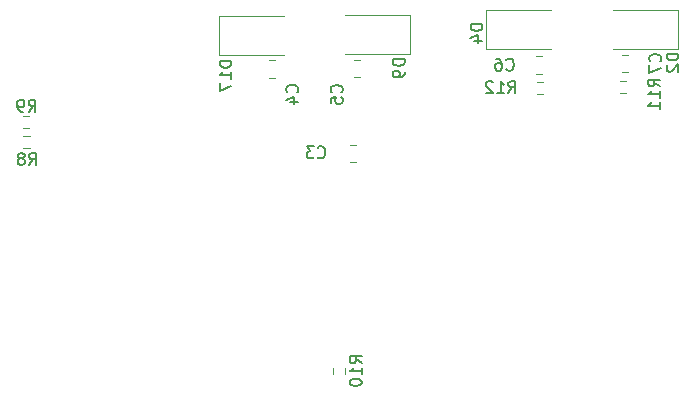
<source format=gbr>
%TF.GenerationSoftware,KiCad,Pcbnew,8.0.1*%
%TF.CreationDate,2024-04-22T23:19:20-07:00*%
%TF.ProjectId,ThrottleControlBoard,5468726f-7474-46c6-9543-6f6e74726f6c,rev?*%
%TF.SameCoordinates,Original*%
%TF.FileFunction,Legend,Bot*%
%TF.FilePolarity,Positive*%
%FSLAX46Y46*%
G04 Gerber Fmt 4.6, Leading zero omitted, Abs format (unit mm)*
G04 Created by KiCad (PCBNEW 8.0.1) date 2024-04-22 23:19:20*
%MOMM*%
%LPD*%
G01*
G04 APERTURE LIST*
%ADD10C,0.150000*%
%ADD11C,0.120000*%
G04 APERTURE END LIST*
D10*
X49434819Y-10645714D02*
X48434819Y-10645714D01*
X48434819Y-10645714D02*
X48434819Y-10883809D01*
X48434819Y-10883809D02*
X48482438Y-11026666D01*
X48482438Y-11026666D02*
X48577676Y-11121904D01*
X48577676Y-11121904D02*
X48672914Y-11169523D01*
X48672914Y-11169523D02*
X48863390Y-11217142D01*
X48863390Y-11217142D02*
X49006247Y-11217142D01*
X49006247Y-11217142D02*
X49196723Y-11169523D01*
X49196723Y-11169523D02*
X49291961Y-11121904D01*
X49291961Y-11121904D02*
X49387200Y-11026666D01*
X49387200Y-11026666D02*
X49434819Y-10883809D01*
X49434819Y-10883809D02*
X49434819Y-10645714D01*
X49434819Y-12169523D02*
X49434819Y-11598095D01*
X49434819Y-11883809D02*
X48434819Y-11883809D01*
X48434819Y-11883809D02*
X48577676Y-11788571D01*
X48577676Y-11788571D02*
X48672914Y-11693333D01*
X48672914Y-11693333D02*
X48720533Y-11598095D01*
X48434819Y-12502857D02*
X48434819Y-13169523D01*
X48434819Y-13169523D02*
X49434819Y-12740952D01*
X64094819Y-10511905D02*
X63094819Y-10511905D01*
X63094819Y-10511905D02*
X63094819Y-10750000D01*
X63094819Y-10750000D02*
X63142438Y-10892857D01*
X63142438Y-10892857D02*
X63237676Y-10988095D01*
X63237676Y-10988095D02*
X63332914Y-11035714D01*
X63332914Y-11035714D02*
X63523390Y-11083333D01*
X63523390Y-11083333D02*
X63666247Y-11083333D01*
X63666247Y-11083333D02*
X63856723Y-11035714D01*
X63856723Y-11035714D02*
X63951961Y-10988095D01*
X63951961Y-10988095D02*
X64047200Y-10892857D01*
X64047200Y-10892857D02*
X64094819Y-10750000D01*
X64094819Y-10750000D02*
X64094819Y-10511905D01*
X64094819Y-11559524D02*
X64094819Y-11750000D01*
X64094819Y-11750000D02*
X64047200Y-11845238D01*
X64047200Y-11845238D02*
X63999580Y-11892857D01*
X63999580Y-11892857D02*
X63856723Y-11988095D01*
X63856723Y-11988095D02*
X63666247Y-12035714D01*
X63666247Y-12035714D02*
X63285295Y-12035714D01*
X63285295Y-12035714D02*
X63190057Y-11988095D01*
X63190057Y-11988095D02*
X63142438Y-11940476D01*
X63142438Y-11940476D02*
X63094819Y-11845238D01*
X63094819Y-11845238D02*
X63094819Y-11654762D01*
X63094819Y-11654762D02*
X63142438Y-11559524D01*
X63142438Y-11559524D02*
X63190057Y-11511905D01*
X63190057Y-11511905D02*
X63285295Y-11464286D01*
X63285295Y-11464286D02*
X63523390Y-11464286D01*
X63523390Y-11464286D02*
X63618628Y-11511905D01*
X63618628Y-11511905D02*
X63666247Y-11559524D01*
X63666247Y-11559524D02*
X63713866Y-11654762D01*
X63713866Y-11654762D02*
X63713866Y-11845238D01*
X63713866Y-11845238D02*
X63666247Y-11940476D01*
X63666247Y-11940476D02*
X63618628Y-11988095D01*
X63618628Y-11988095D02*
X63523390Y-12035714D01*
X70684819Y-7531905D02*
X69684819Y-7531905D01*
X69684819Y-7531905D02*
X69684819Y-7770000D01*
X69684819Y-7770000D02*
X69732438Y-7912857D01*
X69732438Y-7912857D02*
X69827676Y-8008095D01*
X69827676Y-8008095D02*
X69922914Y-8055714D01*
X69922914Y-8055714D02*
X70113390Y-8103333D01*
X70113390Y-8103333D02*
X70256247Y-8103333D01*
X70256247Y-8103333D02*
X70446723Y-8055714D01*
X70446723Y-8055714D02*
X70541961Y-8008095D01*
X70541961Y-8008095D02*
X70637200Y-7912857D01*
X70637200Y-7912857D02*
X70684819Y-7770000D01*
X70684819Y-7770000D02*
X70684819Y-7531905D01*
X70018152Y-8960476D02*
X70684819Y-8960476D01*
X69637200Y-8722381D02*
X70351485Y-8484286D01*
X70351485Y-8484286D02*
X70351485Y-9103333D01*
X87277319Y-10041905D02*
X86277319Y-10041905D01*
X86277319Y-10041905D02*
X86277319Y-10280000D01*
X86277319Y-10280000D02*
X86324938Y-10422857D01*
X86324938Y-10422857D02*
X86420176Y-10518095D01*
X86420176Y-10518095D02*
X86515414Y-10565714D01*
X86515414Y-10565714D02*
X86705890Y-10613333D01*
X86705890Y-10613333D02*
X86848747Y-10613333D01*
X86848747Y-10613333D02*
X87039223Y-10565714D01*
X87039223Y-10565714D02*
X87134461Y-10518095D01*
X87134461Y-10518095D02*
X87229700Y-10422857D01*
X87229700Y-10422857D02*
X87277319Y-10280000D01*
X87277319Y-10280000D02*
X87277319Y-10041905D01*
X86372557Y-10994286D02*
X86324938Y-11041905D01*
X86324938Y-11041905D02*
X86277319Y-11137143D01*
X86277319Y-11137143D02*
X86277319Y-11375238D01*
X86277319Y-11375238D02*
X86324938Y-11470476D01*
X86324938Y-11470476D02*
X86372557Y-11518095D01*
X86372557Y-11518095D02*
X86467795Y-11565714D01*
X86467795Y-11565714D02*
X86563033Y-11565714D01*
X86563033Y-11565714D02*
X86705890Y-11518095D01*
X86705890Y-11518095D02*
X87277319Y-10946667D01*
X87277319Y-10946667D02*
X87277319Y-11565714D01*
X85722080Y-10683333D02*
X85769700Y-10635714D01*
X85769700Y-10635714D02*
X85817319Y-10492857D01*
X85817319Y-10492857D02*
X85817319Y-10397619D01*
X85817319Y-10397619D02*
X85769700Y-10254762D01*
X85769700Y-10254762D02*
X85674461Y-10159524D01*
X85674461Y-10159524D02*
X85579223Y-10111905D01*
X85579223Y-10111905D02*
X85388747Y-10064286D01*
X85388747Y-10064286D02*
X85245890Y-10064286D01*
X85245890Y-10064286D02*
X85055414Y-10111905D01*
X85055414Y-10111905D02*
X84960176Y-10159524D01*
X84960176Y-10159524D02*
X84864938Y-10254762D01*
X84864938Y-10254762D02*
X84817319Y-10397619D01*
X84817319Y-10397619D02*
X84817319Y-10492857D01*
X84817319Y-10492857D02*
X84864938Y-10635714D01*
X84864938Y-10635714D02*
X84912557Y-10683333D01*
X84817319Y-11016667D02*
X84817319Y-11683333D01*
X84817319Y-11683333D02*
X85817319Y-11254762D01*
X72726666Y-11369580D02*
X72774285Y-11417200D01*
X72774285Y-11417200D02*
X72917142Y-11464819D01*
X72917142Y-11464819D02*
X73012380Y-11464819D01*
X73012380Y-11464819D02*
X73155237Y-11417200D01*
X73155237Y-11417200D02*
X73250475Y-11321961D01*
X73250475Y-11321961D02*
X73298094Y-11226723D01*
X73298094Y-11226723D02*
X73345713Y-11036247D01*
X73345713Y-11036247D02*
X73345713Y-10893390D01*
X73345713Y-10893390D02*
X73298094Y-10702914D01*
X73298094Y-10702914D02*
X73250475Y-10607676D01*
X73250475Y-10607676D02*
X73155237Y-10512438D01*
X73155237Y-10512438D02*
X73012380Y-10464819D01*
X73012380Y-10464819D02*
X72917142Y-10464819D01*
X72917142Y-10464819D02*
X72774285Y-10512438D01*
X72774285Y-10512438D02*
X72726666Y-10560057D01*
X71869523Y-10464819D02*
X72059999Y-10464819D01*
X72059999Y-10464819D02*
X72155237Y-10512438D01*
X72155237Y-10512438D02*
X72202856Y-10560057D01*
X72202856Y-10560057D02*
X72298094Y-10702914D01*
X72298094Y-10702914D02*
X72345713Y-10893390D01*
X72345713Y-10893390D02*
X72345713Y-11274342D01*
X72345713Y-11274342D02*
X72298094Y-11369580D01*
X72298094Y-11369580D02*
X72250475Y-11417200D01*
X72250475Y-11417200D02*
X72155237Y-11464819D01*
X72155237Y-11464819D02*
X71964761Y-11464819D01*
X71964761Y-11464819D02*
X71869523Y-11417200D01*
X71869523Y-11417200D02*
X71821904Y-11369580D01*
X71821904Y-11369580D02*
X71774285Y-11274342D01*
X71774285Y-11274342D02*
X71774285Y-11036247D01*
X71774285Y-11036247D02*
X71821904Y-10941009D01*
X71821904Y-10941009D02*
X71869523Y-10893390D01*
X71869523Y-10893390D02*
X71964761Y-10845771D01*
X71964761Y-10845771D02*
X72155237Y-10845771D01*
X72155237Y-10845771D02*
X72250475Y-10893390D01*
X72250475Y-10893390D02*
X72298094Y-10941009D01*
X72298094Y-10941009D02*
X72345713Y-11036247D01*
X58749580Y-13323333D02*
X58797200Y-13275714D01*
X58797200Y-13275714D02*
X58844819Y-13132857D01*
X58844819Y-13132857D02*
X58844819Y-13037619D01*
X58844819Y-13037619D02*
X58797200Y-12894762D01*
X58797200Y-12894762D02*
X58701961Y-12799524D01*
X58701961Y-12799524D02*
X58606723Y-12751905D01*
X58606723Y-12751905D02*
X58416247Y-12704286D01*
X58416247Y-12704286D02*
X58273390Y-12704286D01*
X58273390Y-12704286D02*
X58082914Y-12751905D01*
X58082914Y-12751905D02*
X57987676Y-12799524D01*
X57987676Y-12799524D02*
X57892438Y-12894762D01*
X57892438Y-12894762D02*
X57844819Y-13037619D01*
X57844819Y-13037619D02*
X57844819Y-13132857D01*
X57844819Y-13132857D02*
X57892438Y-13275714D01*
X57892438Y-13275714D02*
X57940057Y-13323333D01*
X57844819Y-14228095D02*
X57844819Y-13751905D01*
X57844819Y-13751905D02*
X58321009Y-13704286D01*
X58321009Y-13704286D02*
X58273390Y-13751905D01*
X58273390Y-13751905D02*
X58225771Y-13847143D01*
X58225771Y-13847143D02*
X58225771Y-14085238D01*
X58225771Y-14085238D02*
X58273390Y-14180476D01*
X58273390Y-14180476D02*
X58321009Y-14228095D01*
X58321009Y-14228095D02*
X58416247Y-14275714D01*
X58416247Y-14275714D02*
X58654342Y-14275714D01*
X58654342Y-14275714D02*
X58749580Y-14228095D01*
X58749580Y-14228095D02*
X58797200Y-14180476D01*
X58797200Y-14180476D02*
X58844819Y-14085238D01*
X58844819Y-14085238D02*
X58844819Y-13847143D01*
X58844819Y-13847143D02*
X58797200Y-13751905D01*
X58797200Y-13751905D02*
X58749580Y-13704286D01*
X54989580Y-13303333D02*
X55037200Y-13255714D01*
X55037200Y-13255714D02*
X55084819Y-13112857D01*
X55084819Y-13112857D02*
X55084819Y-13017619D01*
X55084819Y-13017619D02*
X55037200Y-12874762D01*
X55037200Y-12874762D02*
X54941961Y-12779524D01*
X54941961Y-12779524D02*
X54846723Y-12731905D01*
X54846723Y-12731905D02*
X54656247Y-12684286D01*
X54656247Y-12684286D02*
X54513390Y-12684286D01*
X54513390Y-12684286D02*
X54322914Y-12731905D01*
X54322914Y-12731905D02*
X54227676Y-12779524D01*
X54227676Y-12779524D02*
X54132438Y-12874762D01*
X54132438Y-12874762D02*
X54084819Y-13017619D01*
X54084819Y-13017619D02*
X54084819Y-13112857D01*
X54084819Y-13112857D02*
X54132438Y-13255714D01*
X54132438Y-13255714D02*
X54180057Y-13303333D01*
X54418152Y-14160476D02*
X55084819Y-14160476D01*
X54037200Y-13922381D02*
X54751485Y-13684286D01*
X54751485Y-13684286D02*
X54751485Y-14303333D01*
X56749166Y-18799580D02*
X56796785Y-18847200D01*
X56796785Y-18847200D02*
X56939642Y-18894819D01*
X56939642Y-18894819D02*
X57034880Y-18894819D01*
X57034880Y-18894819D02*
X57177737Y-18847200D01*
X57177737Y-18847200D02*
X57272975Y-18751961D01*
X57272975Y-18751961D02*
X57320594Y-18656723D01*
X57320594Y-18656723D02*
X57368213Y-18466247D01*
X57368213Y-18466247D02*
X57368213Y-18323390D01*
X57368213Y-18323390D02*
X57320594Y-18132914D01*
X57320594Y-18132914D02*
X57272975Y-18037676D01*
X57272975Y-18037676D02*
X57177737Y-17942438D01*
X57177737Y-17942438D02*
X57034880Y-17894819D01*
X57034880Y-17894819D02*
X56939642Y-17894819D01*
X56939642Y-17894819D02*
X56796785Y-17942438D01*
X56796785Y-17942438D02*
X56749166Y-17990057D01*
X56415832Y-17894819D02*
X55796785Y-17894819D01*
X55796785Y-17894819D02*
X56130118Y-18275771D01*
X56130118Y-18275771D02*
X55987261Y-18275771D01*
X55987261Y-18275771D02*
X55892023Y-18323390D01*
X55892023Y-18323390D02*
X55844404Y-18371009D01*
X55844404Y-18371009D02*
X55796785Y-18466247D01*
X55796785Y-18466247D02*
X55796785Y-18704342D01*
X55796785Y-18704342D02*
X55844404Y-18799580D01*
X55844404Y-18799580D02*
X55892023Y-18847200D01*
X55892023Y-18847200D02*
X55987261Y-18894819D01*
X55987261Y-18894819D02*
X56272975Y-18894819D01*
X56272975Y-18894819D02*
X56368213Y-18847200D01*
X56368213Y-18847200D02*
X56415832Y-18799580D01*
X72892857Y-13364819D02*
X73226190Y-12888628D01*
X73464285Y-13364819D02*
X73464285Y-12364819D01*
X73464285Y-12364819D02*
X73083333Y-12364819D01*
X73083333Y-12364819D02*
X72988095Y-12412438D01*
X72988095Y-12412438D02*
X72940476Y-12460057D01*
X72940476Y-12460057D02*
X72892857Y-12555295D01*
X72892857Y-12555295D02*
X72892857Y-12698152D01*
X72892857Y-12698152D02*
X72940476Y-12793390D01*
X72940476Y-12793390D02*
X72988095Y-12841009D01*
X72988095Y-12841009D02*
X73083333Y-12888628D01*
X73083333Y-12888628D02*
X73464285Y-12888628D01*
X71940476Y-13364819D02*
X72511904Y-13364819D01*
X72226190Y-13364819D02*
X72226190Y-12364819D01*
X72226190Y-12364819D02*
X72321428Y-12507676D01*
X72321428Y-12507676D02*
X72416666Y-12602914D01*
X72416666Y-12602914D02*
X72511904Y-12650533D01*
X71559523Y-12460057D02*
X71511904Y-12412438D01*
X71511904Y-12412438D02*
X71416666Y-12364819D01*
X71416666Y-12364819D02*
X71178571Y-12364819D01*
X71178571Y-12364819D02*
X71083333Y-12412438D01*
X71083333Y-12412438D02*
X71035714Y-12460057D01*
X71035714Y-12460057D02*
X70988095Y-12555295D01*
X70988095Y-12555295D02*
X70988095Y-12650533D01*
X70988095Y-12650533D02*
X71035714Y-12793390D01*
X71035714Y-12793390D02*
X71607142Y-13364819D01*
X71607142Y-13364819D02*
X70988095Y-13364819D01*
X85727319Y-12817142D02*
X85251128Y-12483809D01*
X85727319Y-12245714D02*
X84727319Y-12245714D01*
X84727319Y-12245714D02*
X84727319Y-12626666D01*
X84727319Y-12626666D02*
X84774938Y-12721904D01*
X84774938Y-12721904D02*
X84822557Y-12769523D01*
X84822557Y-12769523D02*
X84917795Y-12817142D01*
X84917795Y-12817142D02*
X85060652Y-12817142D01*
X85060652Y-12817142D02*
X85155890Y-12769523D01*
X85155890Y-12769523D02*
X85203509Y-12721904D01*
X85203509Y-12721904D02*
X85251128Y-12626666D01*
X85251128Y-12626666D02*
X85251128Y-12245714D01*
X85727319Y-13769523D02*
X85727319Y-13198095D01*
X85727319Y-13483809D02*
X84727319Y-13483809D01*
X84727319Y-13483809D02*
X84870176Y-13388571D01*
X84870176Y-13388571D02*
X84965414Y-13293333D01*
X84965414Y-13293333D02*
X85013033Y-13198095D01*
X85727319Y-14721904D02*
X85727319Y-14150476D01*
X85727319Y-14436190D02*
X84727319Y-14436190D01*
X84727319Y-14436190D02*
X84870176Y-14340952D01*
X84870176Y-14340952D02*
X84965414Y-14245714D01*
X84965414Y-14245714D02*
X85013033Y-14150476D01*
X60454819Y-36244642D02*
X59978628Y-35911309D01*
X60454819Y-35673214D02*
X59454819Y-35673214D01*
X59454819Y-35673214D02*
X59454819Y-36054166D01*
X59454819Y-36054166D02*
X59502438Y-36149404D01*
X59502438Y-36149404D02*
X59550057Y-36197023D01*
X59550057Y-36197023D02*
X59645295Y-36244642D01*
X59645295Y-36244642D02*
X59788152Y-36244642D01*
X59788152Y-36244642D02*
X59883390Y-36197023D01*
X59883390Y-36197023D02*
X59931009Y-36149404D01*
X59931009Y-36149404D02*
X59978628Y-36054166D01*
X59978628Y-36054166D02*
X59978628Y-35673214D01*
X60454819Y-37197023D02*
X60454819Y-36625595D01*
X60454819Y-36911309D02*
X59454819Y-36911309D01*
X59454819Y-36911309D02*
X59597676Y-36816071D01*
X59597676Y-36816071D02*
X59692914Y-36720833D01*
X59692914Y-36720833D02*
X59740533Y-36625595D01*
X59454819Y-37816071D02*
X59454819Y-37911309D01*
X59454819Y-37911309D02*
X59502438Y-38006547D01*
X59502438Y-38006547D02*
X59550057Y-38054166D01*
X59550057Y-38054166D02*
X59645295Y-38101785D01*
X59645295Y-38101785D02*
X59835771Y-38149404D01*
X59835771Y-38149404D02*
X60073866Y-38149404D01*
X60073866Y-38149404D02*
X60264342Y-38101785D01*
X60264342Y-38101785D02*
X60359580Y-38054166D01*
X60359580Y-38054166D02*
X60407200Y-38006547D01*
X60407200Y-38006547D02*
X60454819Y-37911309D01*
X60454819Y-37911309D02*
X60454819Y-37816071D01*
X60454819Y-37816071D02*
X60407200Y-37720833D01*
X60407200Y-37720833D02*
X60359580Y-37673214D01*
X60359580Y-37673214D02*
X60264342Y-37625595D01*
X60264342Y-37625595D02*
X60073866Y-37577976D01*
X60073866Y-37577976D02*
X59835771Y-37577976D01*
X59835771Y-37577976D02*
X59645295Y-37625595D01*
X59645295Y-37625595D02*
X59550057Y-37673214D01*
X59550057Y-37673214D02*
X59502438Y-37720833D01*
X59502438Y-37720833D02*
X59454819Y-37816071D01*
X32276666Y-14944819D02*
X32609999Y-14468628D01*
X32848094Y-14944819D02*
X32848094Y-13944819D01*
X32848094Y-13944819D02*
X32467142Y-13944819D01*
X32467142Y-13944819D02*
X32371904Y-13992438D01*
X32371904Y-13992438D02*
X32324285Y-14040057D01*
X32324285Y-14040057D02*
X32276666Y-14135295D01*
X32276666Y-14135295D02*
X32276666Y-14278152D01*
X32276666Y-14278152D02*
X32324285Y-14373390D01*
X32324285Y-14373390D02*
X32371904Y-14421009D01*
X32371904Y-14421009D02*
X32467142Y-14468628D01*
X32467142Y-14468628D02*
X32848094Y-14468628D01*
X31800475Y-14944819D02*
X31609999Y-14944819D01*
X31609999Y-14944819D02*
X31514761Y-14897200D01*
X31514761Y-14897200D02*
X31467142Y-14849580D01*
X31467142Y-14849580D02*
X31371904Y-14706723D01*
X31371904Y-14706723D02*
X31324285Y-14516247D01*
X31324285Y-14516247D02*
X31324285Y-14135295D01*
X31324285Y-14135295D02*
X31371904Y-14040057D01*
X31371904Y-14040057D02*
X31419523Y-13992438D01*
X31419523Y-13992438D02*
X31514761Y-13944819D01*
X31514761Y-13944819D02*
X31705237Y-13944819D01*
X31705237Y-13944819D02*
X31800475Y-13992438D01*
X31800475Y-13992438D02*
X31848094Y-14040057D01*
X31848094Y-14040057D02*
X31895713Y-14135295D01*
X31895713Y-14135295D02*
X31895713Y-14373390D01*
X31895713Y-14373390D02*
X31848094Y-14468628D01*
X31848094Y-14468628D02*
X31800475Y-14516247D01*
X31800475Y-14516247D02*
X31705237Y-14563866D01*
X31705237Y-14563866D02*
X31514761Y-14563866D01*
X31514761Y-14563866D02*
X31419523Y-14516247D01*
X31419523Y-14516247D02*
X31371904Y-14468628D01*
X31371904Y-14468628D02*
X31324285Y-14373390D01*
X32309166Y-19469819D02*
X32642499Y-18993628D01*
X32880594Y-19469819D02*
X32880594Y-18469819D01*
X32880594Y-18469819D02*
X32499642Y-18469819D01*
X32499642Y-18469819D02*
X32404404Y-18517438D01*
X32404404Y-18517438D02*
X32356785Y-18565057D01*
X32356785Y-18565057D02*
X32309166Y-18660295D01*
X32309166Y-18660295D02*
X32309166Y-18803152D01*
X32309166Y-18803152D02*
X32356785Y-18898390D01*
X32356785Y-18898390D02*
X32404404Y-18946009D01*
X32404404Y-18946009D02*
X32499642Y-18993628D01*
X32499642Y-18993628D02*
X32880594Y-18993628D01*
X31737737Y-18898390D02*
X31832975Y-18850771D01*
X31832975Y-18850771D02*
X31880594Y-18803152D01*
X31880594Y-18803152D02*
X31928213Y-18707914D01*
X31928213Y-18707914D02*
X31928213Y-18660295D01*
X31928213Y-18660295D02*
X31880594Y-18565057D01*
X31880594Y-18565057D02*
X31832975Y-18517438D01*
X31832975Y-18517438D02*
X31737737Y-18469819D01*
X31737737Y-18469819D02*
X31547261Y-18469819D01*
X31547261Y-18469819D02*
X31452023Y-18517438D01*
X31452023Y-18517438D02*
X31404404Y-18565057D01*
X31404404Y-18565057D02*
X31356785Y-18660295D01*
X31356785Y-18660295D02*
X31356785Y-18707914D01*
X31356785Y-18707914D02*
X31404404Y-18803152D01*
X31404404Y-18803152D02*
X31452023Y-18850771D01*
X31452023Y-18850771D02*
X31547261Y-18898390D01*
X31547261Y-18898390D02*
X31737737Y-18898390D01*
X31737737Y-18898390D02*
X31832975Y-18946009D01*
X31832975Y-18946009D02*
X31880594Y-18993628D01*
X31880594Y-18993628D02*
X31928213Y-19088866D01*
X31928213Y-19088866D02*
X31928213Y-19279342D01*
X31928213Y-19279342D02*
X31880594Y-19374580D01*
X31880594Y-19374580D02*
X31832975Y-19422200D01*
X31832975Y-19422200D02*
X31737737Y-19469819D01*
X31737737Y-19469819D02*
X31547261Y-19469819D01*
X31547261Y-19469819D02*
X31452023Y-19422200D01*
X31452023Y-19422200D02*
X31404404Y-19374580D01*
X31404404Y-19374580D02*
X31356785Y-19279342D01*
X31356785Y-19279342D02*
X31356785Y-19088866D01*
X31356785Y-19088866D02*
X31404404Y-18993628D01*
X31404404Y-18993628D02*
X31452023Y-18946009D01*
X31452023Y-18946009D02*
X31547261Y-18898390D01*
D11*
%TO.C,D17*%
X48420000Y-6820000D02*
X48420000Y-10120000D01*
X53930000Y-10120000D02*
X48420000Y-10120000D01*
X53930000Y-6820000D02*
X48420000Y-6820000D01*
%TO.C,D9*%
X64560000Y-10050000D02*
X64560000Y-6750000D01*
X59050000Y-6750000D02*
X64560000Y-6750000D01*
X59050000Y-10050000D02*
X64560000Y-10050000D01*
%TO.C,D4*%
X76480000Y-6370000D02*
X70970000Y-6370000D01*
X76480000Y-9670000D02*
X70970000Y-9670000D01*
X70970000Y-6370000D02*
X70970000Y-9670000D01*
%TO.C,D2*%
X81710000Y-9670000D02*
X87220000Y-9670000D01*
X81710000Y-6370000D02*
X87220000Y-6370000D01*
X87220000Y-9670000D02*
X87220000Y-6370000D01*
%TO.C,C7*%
X83028752Y-10135000D02*
X82506248Y-10135000D01*
X83028752Y-11605000D02*
X82506248Y-11605000D01*
%TO.C,C6*%
X75191248Y-11745000D02*
X75713752Y-11745000D01*
X75191248Y-10275000D02*
X75713752Y-10275000D01*
%TO.C,C5*%
X60328752Y-12005000D02*
X59806248Y-12005000D01*
X60328752Y-10535000D02*
X59806248Y-10535000D01*
%TO.C,C4*%
X52581248Y-10595000D02*
X53103752Y-10595000D01*
X52581248Y-12065000D02*
X53103752Y-12065000D01*
%TO.C,C3*%
X59498748Y-19235000D02*
X60021252Y-19235000D01*
X59498748Y-17765000D02*
X60021252Y-17765000D01*
%TO.C,R12*%
X75292776Y-13462500D02*
X75802224Y-13462500D01*
X75292776Y-12417500D02*
X75802224Y-12417500D01*
%TO.C,R11*%
X82837224Y-12317500D02*
X82327776Y-12317500D01*
X82837224Y-13362500D02*
X82327776Y-13362500D01*
%TO.C,R10*%
X58047500Y-36632776D02*
X58047500Y-37142224D01*
X59092500Y-36632776D02*
X59092500Y-37142224D01*
%TO.C,R9*%
X32292224Y-16372500D02*
X31782776Y-16372500D01*
X32292224Y-15327500D02*
X31782776Y-15327500D01*
%TO.C,R8*%
X31835276Y-16982500D02*
X32344724Y-16982500D01*
X31835276Y-18027500D02*
X32344724Y-18027500D01*
%TD*%
M02*

</source>
